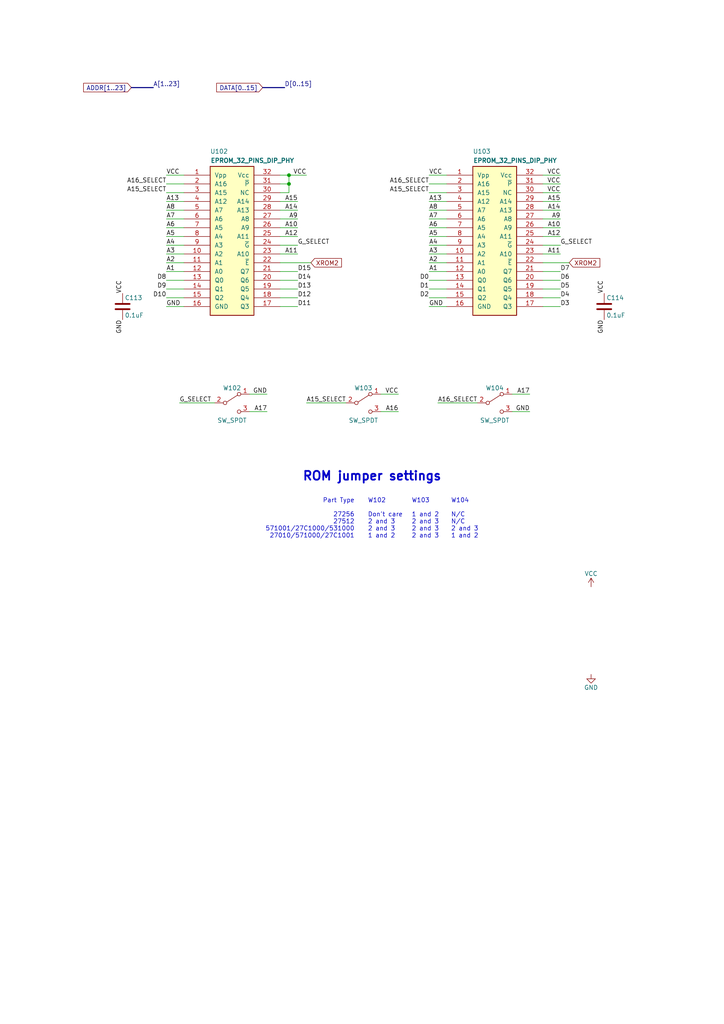
<source format=kicad_sch>
(kicad_sch (version 20211123) (generator eeschema)
  (paper "A4" portrait)
  (title_block (title "ReSTe mignon") (date "2022-07-13") (rev "mk0-0.1") (company "David SPORN") (comment 2 "original repository : https://github.com/sporniket/reste-mignon") (comment 4 "A remake of the Atari STe with some fixes applied and a target size of 25×18cm (B5)"))
  (lib_symbols
    (symbol "Device:C" (pin_numbers hide) (pin_names (offset 0.254))
      (property "Reference" "C" (at 0.635 2.54 0))
      (property "Value" "C" (at 0.635 -2.54 0))
      (symbol "C_0_1"
        (polyline (pts (xy -2.032 -0.762) (xy 2.032 -0.762)) (stroke (width 0.508)))
        (polyline (pts (xy -2.032 0.762) (xy 2.032 0.762)) (stroke (width 0.508)))
      )
      (symbol "C_1_1"
        (pin passive line (at 0 3.81 270) (length 2.794) (name "~") (number "1"))
        (pin passive line (at 0 -3.81 90) (length 2.794) (name "~") (number "2"))
      )
    )
    (symbol "Switch:SW_SPDT" (pin_names (offset 0) hide)
      (property "Reference" "SW" (at 0 4.318 0))
      (property "Value" "SW_SPDT" (at 0 -5.08 0))
      (symbol "SW_SPDT_0_0"
        (circle (center -2.032 0) (radius 0.508))
        (circle (center 2.032 -2.54) (radius 0.508))
      )
      (symbol "SW_SPDT_0_1"
        (polyline (pts (xy -1.524 0.254) (xy 1.651 2.286)))
        (circle (center 2.032 2.54) (radius 0.508))
      )
      (symbol "SW_SPDT_1_1"
        (pin passive line (at 5.08 2.54 180) (length 2.54) (name "A") (number "1"))
        (pin passive line (at -5.08 0 0) (length 2.54) (name "B") (number "2"))
        (pin passive line (at 5.08 -2.54 180) (length 2.54) (name "C") (number "3"))
      )
    )
    (symbol "eprom:EPROM_32_PINS_DIP_PHY" (pin_names (offset 1.27))
      (property "Reference" "U" (at -6.35 26.67 0))
      (property "Value" "EPROM_32_PINS_DIP_PHY" (at -6.35 24.13 0))
      (symbol "EPROM_32_PINS_DIP_PHY_0_0"
        (rectangle (start -6.35 21.59) (end 6.35 -21.59) (stroke (width 0.254)) (fill (type background)))
        (pin power_in line (at -13.97 19.05 0) (length 7.62) (name "Vpp") (number "1"))
        (pin input line (at -13.97 -3.81 0) (length 7.62) (name "A2") (number "10"))
        (pin input line (at -13.97 -6.35 0) (length 7.62) (name "A1") (number "11"))
        (pin input line (at -13.97 -8.89 0) (length 7.62) (name "A0") (number "12"))
        (pin tri_state line (at -13.97 -11.43 0) (length 7.62) (name "Q0") (number "13"))
        (pin tri_state line (at -13.97 -13.97 0) (length 7.62) (name "Q1") (number "14"))
        (pin tri_state line (at -13.97 -16.51 0) (length 7.62) (name "Q2") (number "15"))
        (pin power_in line (at -13.97 -19.05 0) (length 7.62) (name "GND") (number "16"))
        (pin tri_state line (at 13.97 -19.05 180) (length 7.62) (name "Q3") (number "17"))
        (pin tri_state line (at 13.97 -16.51 180) (length 7.62) (name "Q4") (number "18"))
        (pin tri_state line (at 13.97 -13.97 180) (length 7.62) (name "Q5") (number "19"))
        (pin input line (at -13.97 16.51 0) (length 7.62) (name "A16") (number "2"))
        (pin tri_state line (at 13.97 -11.43 180) (length 7.62) (name "Q6") (number "20"))
        (pin tri_state line (at 13.97 -8.89 180) (length 7.62) (name "Q7") (number "21"))
        (pin bidirectional line (at 13.97 -6.35 180) (length 7.62) (name "~{E}") (number "22"))
        (pin input line (at 13.97 -3.81 180) (length 7.62) (name "A10") (number "23"))
        (pin input line (at 13.97 -1.27 180) (length 7.62) (name "~{G}") (number "24"))
        (pin input line (at 13.97 1.27 180) (length 7.62) (name "A11") (number "25"))
        (pin input line (at 13.97 3.81 180) (length 7.62) (name "A9") (number "26"))
        (pin input line (at 13.97 6.35 180) (length 7.62) (name "A8") (number "27"))
        (pin input line (at 13.97 8.89 180) (length 7.62) (name "A13") (number "28"))
        (pin input line (at 13.97 11.43 180) (length 7.62) (name "A14") (number "29"))
        (pin input line (at -13.97 13.97 0) (length 7.62) (name "A15") (number "3"))
        (pin input line (at 13.97 13.97 180) (length 7.62) (name "NC") (number "30"))
        (pin input line (at 13.97 16.51 180) (length 7.62) (name "~{P}") (number "31"))
        (pin power_in line (at 13.97 19.05 180) (length 7.62) (name "Vcc") (number "32"))
        (pin input line (at -13.97 11.43 0) (length 7.62) (name "A12") (number "4"))
        (pin input line (at -13.97 8.89 0) (length 7.62) (name "A7") (number "5"))
        (pin input line (at -13.97 6.35 0) (length 7.62) (name "A6") (number "6"))
        (pin input line (at -13.97 3.81 0) (length 7.62) (name "A5") (number "7"))
        (pin input line (at -13.97 1.27 0) (length 7.62) (name "A4") (number "8"))
        (pin input line (at -13.97 -1.27 0) (length 7.62) (name "A3") (number "9"))
      )
    )
    (symbol "power:GND" (power) (pin_names (offset 0))
      (property "Value" "GND" (at 0 -3.81 0))
      (symbol "GND_0_1"
        (polyline (pts (xy 0 0) (xy 0 -1.27) (xy 1.27 -1.27) (xy 0 -2.54) (xy -1.27 -1.27) (xy 0 -1.27)))
      )
      (symbol "GND_1_1"
        (pin power_in line (at 0 0 270) (length 0) hide (name "GND") (number "1"))
      )
    )
    (symbol "power:VCC" (power) (pin_names (offset 0))
      (property "Value" "VCC" (at 0 3.81 0))
      (symbol "VCC_0_1"
        (polyline (pts (xy -0.762 1.27) (xy 0 2.54)))
        (polyline (pts (xy 0 0) (xy 0 2.54)))
        (polyline (pts (xy 0 2.54) (xy 0.762 1.27)))
      )
      (symbol "VCC_1_1"
        (pin power_in line (at 0 0 90) (length 0) hide (name "VCC") (number "1"))
      )
    )
  )
  (junction (at 83.82 50.8))
  (junction (at 83.82 53.34))
  (wire (pts (xy 81.28 66.04) (xy 86.36 66.04)))
  (wire (pts (xy 124.46 55.88) (xy 129.54 55.88)))
  (wire (pts (xy 81.28 58.42) (xy 86.36 58.42)))
  (wire (pts (xy 157.48 63.5) (xy 162.56 63.5)))
  (wire (pts (xy 157.48 73.66) (xy 162.56 73.66)))
  (wire (pts (xy 81.28 78.74) (xy 86.36 78.74)))
  (wire (pts (xy 124.46 78.74) (xy 129.54 78.74)))
  (wire (pts (xy 157.48 66.04) (xy 162.56 66.04)))
  (wire (pts (xy 157.48 78.74) (xy 162.56 78.74)))
  (wire (pts (xy 110.49 114.3) (xy 115.57 114.3)))
  (wire (pts (xy 148.59 114.3) (xy 153.67 114.3)))
  (wire (pts (xy 157.48 71.12) (xy 162.56 71.12)))
  (wire (pts (xy 81.28 81.28) (xy 86.36 81.28)))
  (wire (pts (xy 124.46 88.9) (xy 129.54 88.9)))
  (wire (pts (xy 81.28 76.2) (xy 90.17 76.2)))
  (wire (pts (xy 124.46 66.04) (xy 129.54 66.04)))
  (wire (pts (xy 124.46 53.34) (xy 129.54 53.34)))
  (wire (pts (xy 157.48 58.42) (xy 162.56 58.42)))
  (wire (pts (xy 81.28 83.82) (xy 86.36 83.82)))
  (wire (pts (xy 48.26 58.42) (xy 53.34 58.42)))
  (wire (pts (xy 157.48 86.36) (xy 162.56 86.36)))
  (wire (pts (xy 48.26 73.66) (xy 53.34 73.66)))
  (wire (pts (xy 124.46 71.12) (xy 129.54 71.12)))
  (wire (pts (xy 157.48 68.58) (xy 162.56 68.58)))
  (wire (pts (xy 124.46 58.42) (xy 129.54 58.42)))
  (wire (pts (xy 110.49 119.38) (xy 115.57 119.38)))
  (bus (pts (xy 38.1 25.4) (xy 44.45 25.4)))
  (wire (pts (xy 48.26 60.96) (xy 53.34 60.96)))
  (wire (pts (xy 124.46 73.66) (xy 129.54 73.66)))
  (wire (pts (xy 157.48 88.9) (xy 162.56 88.9)))
  (wire (pts (xy 81.28 86.36) (xy 86.36 86.36)))
  (wire (pts (xy 124.46 81.28) (xy 129.54 81.28)))
  (wire (pts (xy 124.46 76.2) (xy 129.54 76.2)))
  (wire (pts (xy 81.28 50.8) (xy 83.82 50.8)))
  (wire (pts (xy 81.28 60.96) (xy 86.36 60.96)))
  (wire (pts (xy 127 116.84) (xy 138.43 116.84)))
  (wire (pts (xy 124.46 83.82) (xy 129.54 83.82)))
  (wire (pts (xy 48.26 81.28) (xy 53.34 81.28)))
  (wire (pts (xy 81.28 73.66) (xy 86.36 73.66)))
  (wire (pts (xy 157.48 50.8) (xy 162.56 50.8)))
  (wire (pts (xy 83.82 53.34) (xy 83.82 50.8)))
  (wire (pts (xy 52.07 116.84) (xy 62.23 116.84)))
  (wire (pts (xy 48.26 50.8) (xy 53.34 50.8)))
  (wire (pts (xy 124.46 68.58) (xy 129.54 68.58)))
  (wire (pts (xy 72.39 119.38) (xy 77.47 119.38)))
  (wire (pts (xy 83.82 55.88) (xy 83.82 53.34)))
  (wire (pts (xy 157.48 60.96) (xy 162.56 60.96)))
  (wire (pts (xy 83.82 53.34) (xy 81.28 53.34)))
  (wire (pts (xy 148.59 119.38) (xy 153.67 119.38)))
  (wire (pts (xy 124.46 86.36) (xy 129.54 86.36)))
  (wire (pts (xy 157.48 76.2) (xy 165.1 76.2)))
  (bus (pts (xy 76.2 25.4) (xy 82.55 25.4)))
  (wire (pts (xy 81.28 63.5) (xy 86.36 63.5)))
  (wire (pts (xy 124.46 50.8) (xy 129.54 50.8)))
  (wire (pts (xy 48.26 63.5) (xy 53.34 63.5)))
  (wire (pts (xy 81.28 55.88) (xy 83.82 55.88)))
  (wire (pts (xy 48.26 71.12) (xy 53.34 71.12)))
  (wire (pts (xy 48.26 88.9) (xy 53.34 88.9)))
  (wire (pts (xy 48.26 86.36) (xy 53.34 86.36)))
  (wire (pts (xy 157.48 83.82) (xy 162.56 83.82)))
  (wire (pts (xy 157.48 81.28) (xy 162.56 81.28)))
  (wire (pts (xy 81.28 68.58) (xy 86.36 68.58)))
  (wire (pts (xy 48.26 53.34) (xy 53.34 53.34)))
  (wire (pts (xy 157.48 55.88) (xy 162.56 55.88)))
  (wire (pts (xy 81.28 71.12) (xy 86.36 71.12)))
  (wire (pts (xy 88.9 116.84) (xy 100.33 116.84)))
  (wire (pts (xy 48.26 66.04) (xy 53.34 66.04)))
  (wire (pts (xy 83.82 50.8) (xy 88.9 50.8)))
  (wire (pts (xy 72.39 114.3) (xy 77.47 114.3)))
  (wire (pts (xy 157.48 53.34) (xy 162.56 53.34)))
  (wire (pts (xy 48.26 68.58) (xy 53.34 68.58)))
  (wire (pts (xy 81.28 88.9) (xy 86.36 88.9)))
  (wire (pts (xy 48.26 83.82) (xy 53.34 83.82)))
  (wire (pts (xy 124.46 60.96) (xy 129.54 60.96)))
  (wire (pts (xy 48.26 78.74) (xy 53.34 78.74)))
  (wire (pts (xy 124.46 63.5) (xy 129.54 63.5)))
  (wire (pts (xy 48.26 76.2) (xy 53.34 76.2)))
  (wire (pts (xy 48.26 55.88) (xy 53.34 55.88)))
  (text "ROM jumper settings" (at 87.63 139.7 0) (effects (font (size 2.54 2.54) (thickness 0.508) bold) (justify left bottom)))
  (text "W103\n\n1 and 2\n2 and 3\n2 and 3\n2 and 3" (at 119.38 156.21 0) (effects (font (size 1.27 1.27)) (justify left bottom)))
  (text "Part Type\n\n27256\n27512\n571001/27C1000/531000\n27010/571000/27C1001" (at 102.87 156.21 0) (effects (font (size 1.27 1.27)) (justify right bottom)))
  (text "W104\n\nN/C\nN/C\n2 and 3\n1 and 2" (at 130.81 156.21 0) (effects (font (size 1.27 1.27)) (justify left bottom)))
  (text "W102\n\nDon't care\n2 and 3\n2 and 3\n1 and 2" (at 106.68 156.21 0) (effects (font (size 1.27 1.27)) (justify left bottom)))
  (label "A[1..23]" (at 44.45 25.4 0))
  (label "GND" (at 153.67 119.38 180))
  (label "D8" (at 48.26 81.28 180))
  (label "A15_SELECT" (at 88.9 116.84 0))
  (label "A3" (at 124.46 73.66 0))
  (label "GND" (at 175.26 92.71 270))
  (label "VCC" (at 162.56 53.34 180))
  (label "A15_SELECT" (at 124.46 55.88 180))
  (label "A10" (at 162.56 66.04 180))
  (label "D4" (at 162.56 86.36 0))
  (label "VCC" (at 162.56 50.8 180))
  (label "D7" (at 162.56 78.74 0))
  (label "A16" (at 115.57 119.38 180))
  (label "A8" (at 124.46 60.96 0))
  (label "GND" (at 124.46 88.9 0))
  (label "A17" (at 153.67 114.3 180))
  (label "D6" (at 162.56 81.28 0))
  (label "A10" (at 86.36 66.04 180))
  (label "A16_SELECT" (at 127 116.84 0))
  (label "D14" (at 86.36 81.28 0))
  (label "A9" (at 86.36 63.5 180))
  (label "D15" (at 86.36 78.74 0))
  (label "A12" (at 86.36 68.58 180))
  (label "A11" (at 86.36 73.66 180))
  (label "D2" (at 124.46 86.36 180))
  (label "A15" (at 162.56 58.42 180))
  (label "A14" (at 162.56 60.96 180))
  (label "D[0..15]" (at 82.55 25.4 0))
  (label "VCC" (at 175.26 85.09 90))
  (label "A16_SELECT" (at 48.26 53.34 180))
  (label "A12" (at 162.56 68.58 180))
  (label "D10" (at 48.26 86.36 180))
  (label "A17" (at 77.47 119.38 180))
  (label "VCC" (at 115.57 114.3 180))
  (label "A4" (at 48.26 71.12 0))
  (label "A14" (at 86.36 60.96 180))
  (label "A13" (at 124.46 58.42 0))
  (label "A2" (at 48.26 76.2 0))
  (label "D1" (at 124.46 83.82 180))
  (label "A9" (at 162.56 63.5 180))
  (label "VCC" (at 48.26 50.8 0))
  (label "A16_SELECT" (at 124.46 53.34 180))
  (label "A6" (at 48.26 66.04 0))
  (label "VCC" (at 88.9 50.8 180))
  (label "GND" (at 35.56 92.71 270))
  (label "A13" (at 48.26 58.42 0))
  (label "A5" (at 48.26 68.58 0))
  (label "D13" (at 86.36 83.82 0))
  (label "A15_SELECT" (at 48.26 55.88 180))
  (label "G_SELECT" (at 86.36 71.12 0))
  (label "A15" (at 86.36 58.42 180))
  (label "D12" (at 86.36 86.36 0))
  (label "A7" (at 48.26 63.5 0))
  (label "GND" (at 48.26 88.9 0))
  (label "VCC" (at 162.56 55.88 180))
  (label "G_SELECT" (at 162.56 71.12 0))
  (label "GND" (at 77.47 114.3 180))
  (label "A8" (at 48.26 60.96 0))
  (label "A5" (at 124.46 68.58 0))
  (label "VCC" (at 35.56 85.09 90))
  (label "D11" (at 86.36 88.9 0))
  (label "A6" (at 124.46 66.04 0))
  (label "D9" (at 48.26 83.82 180))
  (label "A3" (at 48.26 73.66 0))
  (label "A1" (at 48.26 78.74 0))
  (label "D3" (at 162.56 88.9 0))
  (label "VCC" (at 124.46 50.8 0))
  (label "G_SELECT" (at 52.07 116.84 0))
  (label "A1" (at 124.46 78.74 0))
  (label "A2" (at 124.46 76.2 0))
  (label "D5" (at 162.56 83.82 0))
  (label "A4" (at 124.46 71.12 0))
  (label "A7" (at 124.46 63.5 0))
  (label "D0" (at 124.46 81.28 180))
  (label "A11" (at 162.56 73.66 180))
  (global_label "XROM2" (shape input) (at 90.17 76.2 0) (property "Intersheet References" "${INTERSHEET_REFS}" (effects hide)))
  (global_label "DATA[0..15]" (shape input) (at 76.2 25.4 180) (property "Intersheet References" "${INTERSHEET_REFS}" (effects hide)))
  (global_label "XROM2" (shape input) (at 165.1 76.2 0) (property "Intersheet References" "${INTERSHEET_REFS}" (effects hide)))
  (global_label "ADDR[1..23]" (shape input) (at 38.1 25.4 180) (property "Intersheet References" "${INTERSHEET_REFS}" (effects hide)))
  (symbol (lib_id "eprom:EPROM_32_PINS_DIP_PHY") (at 67.31 69.85 0) (unit 1)
    (property "Reference" "U102" (at 60.96 43.18 0) (effects (justify left top)))
    (property "Value" "EPROM_32_PINS_DIP_PHY" (at 60.96 45.72 0) (effects (font bold) (justify left top)))
    (property "Footprint" "Package_DIP:DIP-32_W15.24mm_LongPads" (effects hide))
    (property "Datasheet" "https://pdf1.alldatasheet.fr/datasheet-pdf/view/23475/STMICROELECTRONICS/27C1001/+Q34J7UORlHDyRHOIpa/1XXyxeohLyHHpK+/datasheet.pdf" (effects hide))
  )
  (symbol (lib_id "eprom:EPROM_32_PINS_DIP_PHY") (at 143.51 69.85 0) (unit 1)
    (property "Reference" "U103" (at 137.16 43.18 0) (effects (justify left top)))
    (property "Value" "EPROM_32_PINS_DIP_PHY" (at 137.16 45.72 0) (effects (font bold) (justify left top)))
    (property "Footprint" "Package_DIP:DIP-32_W15.24mm_LongPads" (effects hide))
    (property "Datasheet" "https://pdf1.alldatasheet.fr/datasheet-pdf/view/23475/STMICROELECTRONICS/27C1001/+Q34J7UORlHDyRHOIpa/1XXyxeohLyHHpK+/datasheet.pdf" (effects hide))
  )
  (symbol (lib_id "Device:C") (at 35.56 88.9 0) (unit 1)
    (property "Reference" "C113" (at 36.195 86.36 0) (effects (justify left)))
    (property "Value" "0.1uF" (at 36.195 91.44 0) (effects (justify left)))
    (property "Footprint" "Capacitor_SMD:C_1206_3216Metric_Pad1.33x1.80mm_HandSolder" (effects hide))
  )
  (symbol (lib_id "Device:C") (at 175.26 88.9 0) (unit 1)
    (property "Reference" "C114" (at 175.895 86.36 0) (effects (justify left)))
    (property "Value" "0.1uF" (at 175.895 91.44 0) (effects (justify left)))
    (property "Footprint" "Capacitor_SMD:C_1206_3216Metric_Pad1.33x1.80mm_HandSolder" (effects hide))
  )
  (symbol (lib_id "Switch:SW_SPDT") (at 67.31 116.84 0) (unit 1)
    (property "Reference" "W102" (at 67.31 112.522 0))
    (property "Value" "SW_SPDT" (at 67.31 121.92 0))
    (property "Footprint" "Connector_PinHeader_2.54mm:PinHeader_1x03_P2.54mm_Vertical" (effects hide))
  )
  (symbol (lib_id "Switch:SW_SPDT") (at 105.41 116.84 0) (unit 1)
    (property "Reference" "W103" (at 105.41 112.522 0))
    (property "Value" "SW_SPDT" (at 105.41 121.92 0))
    (property "Footprint" "Connector_PinHeader_2.54mm:PinHeader_1x03_P2.54mm_Vertical" (effects hide))
  )
  (symbol (lib_id "Switch:SW_SPDT") (at 143.51 116.84 0) (unit 1)
    (property "Reference" "W104" (at 143.51 112.522 0))
    (property "Value" "SW_SPDT" (at 143.51 121.92 0))
    (property "Footprint" "Connector_PinHeader_2.54mm:PinHeader_1x03_P2.54mm_Vertical" (effects hide))
  )
  (symbol (lib_id "power:VCC") (at 171.45 170.18 0) (unit 1)
    (property "Reference" "#PWR0111" (effects hide))
    (property "Value" "VCC" (at 171.45 166.37 0))
  )
  (symbol (lib_id "power:GND") (at 171.45 195.58 0) (unit 1)
    (property "Reference" "#PWR0110" (effects hide))
    (property "Value" "GND" (at 171.45 199.39 0))
  )
)
</source>
